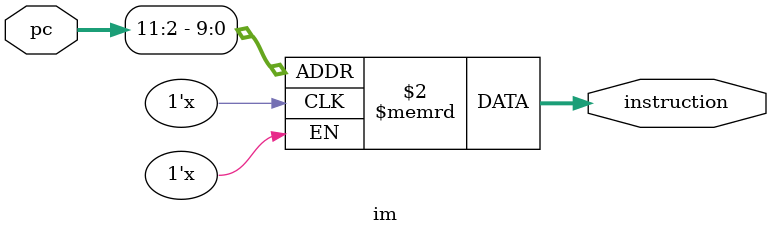
<source format=v>
module im(instruction,pc);

	output reg [31:0] instruction;
	input [31:0] pc;
	reg [31:0] ins_memory[1023:0]; //4k指令存储器

	always@(*)
	begin
		
		instruction = ins_memory[pc[11:2]];
		
	end

endmodule

</source>
